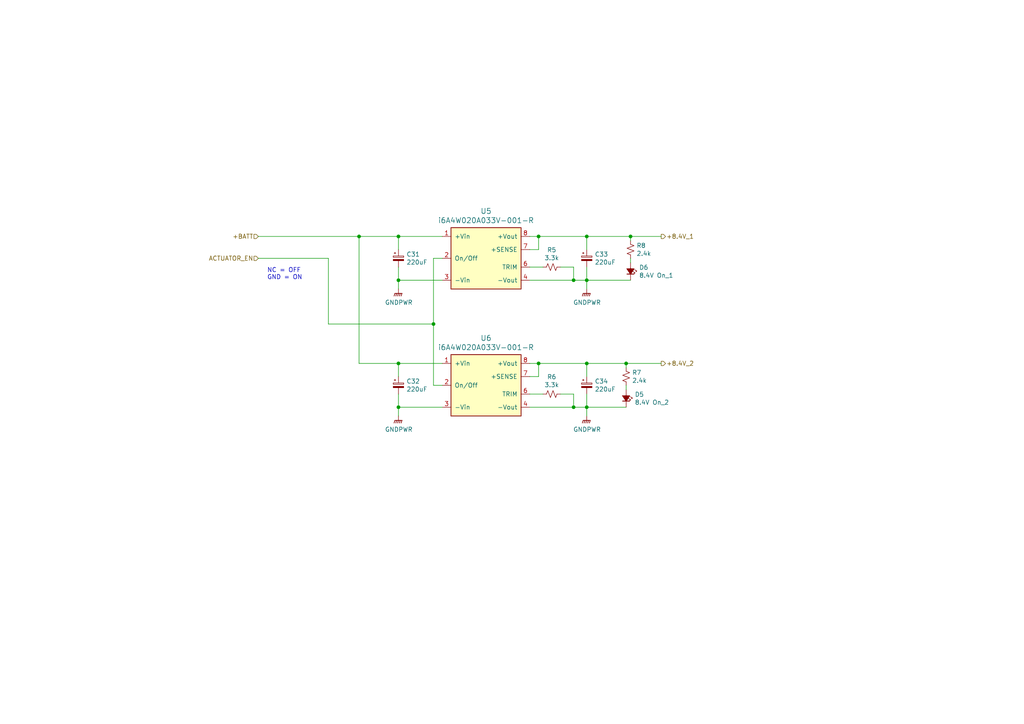
<source format=kicad_sch>
(kicad_sch (version 20211123) (generator eeschema)
  (paper "A4")
  (title_block (title "Power Management for Zeabus AUV") (date "20-April-2020") (rev "1.0.0") (company "Zeabus") (comment 1 "by Natchanan Thongtem and Akrapong Patchararungruang"))
  (lib_symbols
    (symbol "Device:C_Polarized_Small" (pin_numbers hide) (pin_names (offset 0.254) hide)
      (property "Reference" "C" (at 0.254 1.778 0))
      (property "Value" "C_Polarized_Small" (at 0.254 -2.032 0))
      (symbol "C_Polarized_Small_0_1"
        (rectangle (start -1.524 -0.3048) (end 1.524 -0.6858) (fill (type outline)))
        (rectangle (start -1.524 0.6858) (end 1.524 0.3048))
        (polyline (pts (xy -1.27 1.524) (xy -0.762 1.524)))
        (polyline (pts (xy -1.016 1.27) (xy -1.016 1.778)))
      )
      (symbol "C_Polarized_Small_1_1"
        (pin passive line (at 0 2.54 270) (length 1.8542) (name "~") (number "1"))
        (pin passive line (at 0 -2.54 90) (length 1.8542) (name "~") (number "2"))
      )
    )
    (symbol "Device:LED_Small_Filled" (pin_numbers hide) (pin_names (offset 0.254) hide)
      (property "Reference" "D" (at -1.27 3.175 0))
      (property "Value" "LED_Small_Filled" (at -4.445 -2.54 0))
      (symbol "LED_Small_Filled_0_1"
        (polyline (pts (xy -0.762 -1.016) (xy -0.762 1.016)) (stroke (width 0.254)))
        (polyline (pts (xy 1.016 0) (xy -0.762 0)))
        (polyline (pts (xy 0.762 -1.016) (xy -0.762 0) (xy 0.762 1.016) (xy 0.762 -1.016)) (stroke (width 0.254)) (fill (type outline)))
        (polyline (pts (xy 0 0.762) (xy -0.508 1.27) (xy -0.254 1.27) (xy -0.508 1.27) (xy -0.508 1.016)))
        (polyline (pts (xy 0.508 1.27) (xy 0 1.778) (xy 0.254 1.778) (xy 0 1.778) (xy 0 1.524)))
      )
      (symbol "LED_Small_Filled_1_1"
        (pin passive line (at -2.54 0 0) (length 1.778) (name "K") (number "1"))
        (pin passive line (at 2.54 0 180) (length 1.778) (name "A") (number "2"))
      )
    )
    (symbol "Device:R_Small_US" (pin_numbers hide) (pin_names (offset 0.254) hide)
      (property "Reference" "R" (at 0.762 0.508 0))
      (property "Value" "R_Small_US" (at 0.762 -1.016 0))
      (symbol "R_Small_US_1_1"
        (polyline (pts (xy 0 0) (xy 1.016 -0.381) (xy 0 -0.762) (xy -1.016 -1.143) (xy 0 -1.524)))
        (polyline (pts (xy 0 1.524) (xy 1.016 1.143) (xy 0 0.762) (xy -1.016 0.381) (xy 0 0)))
        (pin passive line (at 0 2.54 270) (length 1.016) (name "~") (number "1"))
        (pin passive line (at 0 -2.54 90) (length 1.016) (name "~") (number "2"))
      )
    )
    (symbol "power:GNDPWR" (power) (pin_names (offset 0))
      (property "Value" "GNDPWR" (at 0 -3.302 0))
      (symbol "GNDPWR_0_1"
        (polyline (pts (xy 0 -1.27) (xy 0 0)))
        (polyline (pts (xy -1.016 -1.27) (xy -1.27 -2.032) (xy -1.27 -2.032)) (stroke (width 0.2032)))
        (polyline (pts (xy -0.508 -1.27) (xy -0.762 -2.032) (xy -0.762 -2.032)) (stroke (width 0.2032)))
        (polyline (pts (xy 0 -1.27) (xy -0.254 -2.032) (xy -0.254 -2.032)) (stroke (width 0.2032)))
        (polyline (pts (xy 0.508 -1.27) (xy 0.254 -2.032) (xy 0.254 -2.032)) (stroke (width 0.2032)))
        (polyline (pts (xy 1.016 -1.27) (xy -1.016 -1.27) (xy -1.016 -1.27)) (stroke (width 0.2032)))
        (polyline (pts (xy 1.016 -1.27) (xy 0.762 -2.032) (xy 0.762 -2.032) (xy 0.762 -2.032)) (stroke (width 0.2032)))
      )
      (symbol "GNDPWR_1_1"
        (pin power_in line (at 0 0 270) (length 0) hide (name "GNDPWR") (number "1"))
      )
    )
    (symbol "zeabus:i6A4W020A033V-001-R" (pin_names (offset 1.016))
      (property "Reference" "U" (at 8.89 12.7 0))
      (property "Value" "i6A4W020A033V-001-R" (at 0 -7.62 0))
      (symbol "i6A4W020A033V-001-R_0_1"
        (rectangle (start -10.16 11.43) (end 10.16 -6.35) (stroke (width 0.254)) (fill (type background)))
      )
      (symbol "i6A4W020A033V-001-R_1_1"
        (pin power_in line (at -12.7 8.89 0) (length 2.54) (name "+Vin") (number "1"))
        (pin input line (at -12.7 2.54 0) (length 2.54) (name "On/Off") (number "2"))
        (pin power_in line (at -12.7 -3.81 0) (length 2.54) (name "-Vin") (number "3"))
        (pin power_out line (at 12.7 -3.81 180) (length 2.54) (name "-Vout") (number "4"))
        (pin passive line (at 12.7 0 180) (length 2.54) (name "TRIM") (number "6"))
        (pin passive line (at 12.7 5.08 180) (length 2.54) (name "+SENSE") (number "7"))
        (pin power_out line (at 12.7 8.89 180) (length 2.54) (name "+Vout") (number "8"))
      )
    )
  )
  (junction (at 115.57 68.58))
  (junction (at 181.61 105.41))
  (junction (at 166.37 118.11))
  (junction (at 166.37 81.28))
  (junction (at 170.18 118.11))
  (junction (at 115.57 105.41))
  (junction (at 156.21 68.58))
  (junction (at 156.21 105.41))
  (junction (at 170.18 81.28))
  (junction (at 104.14 68.58))
  (junction (at 115.57 118.11))
  (junction (at 170.18 105.41))
  (junction (at 182.88 68.58))
  (junction (at 125.73 93.98))
  (junction (at 115.57 81.28))
  (junction (at 170.18 68.58))
  (wire (pts (xy 115.57 114.3) (xy 115.57 118.11)))
  (wire (pts (xy 104.14 68.58) (xy 104.14 105.41)))
  (wire (pts (xy 153.67 105.41) (xy 156.21 105.41)))
  (wire (pts (xy 162.56 114.3) (xy 166.37 114.3)))
  (wire (pts (xy 170.18 114.3) (xy 170.18 118.11)))
  (wire (pts (xy 170.18 105.41) (xy 181.61 105.41)))
  (wire (pts (xy 115.57 68.58) (xy 115.57 72.39)))
  (wire (pts (xy 182.88 68.58) (xy 191.77 68.58)))
  (wire (pts (xy 181.61 113.03) (xy 181.61 111.76)))
  (wire (pts (xy 128.27 105.41) (xy 115.57 105.41)))
  (wire (pts (xy 156.21 72.39) (xy 153.67 72.39)))
  (wire (pts (xy 128.27 74.93) (xy 125.73 74.93)))
  (wire (pts (xy 125.73 111.76) (xy 128.27 111.76)))
  (wire (pts (xy 156.21 68.58) (xy 156.21 72.39)))
  (wire (pts (xy 128.27 68.58) (xy 115.57 68.58)))
  (wire (pts (xy 182.88 81.28) (xy 170.18 81.28)))
  (wire (pts (xy 166.37 114.3) (xy 166.37 118.11)))
  (wire (pts (xy 115.57 77.47) (xy 115.57 81.28)))
  (wire (pts (xy 156.21 109.22) (xy 153.67 109.22)))
  (wire (pts (xy 170.18 81.28) (xy 170.18 83.82)))
  (wire (pts (xy 153.67 81.28) (xy 166.37 81.28)))
  (wire (pts (xy 125.73 93.98) (xy 125.73 111.76)))
  (wire (pts (xy 74.93 68.58) (xy 104.14 68.58)))
  (wire (pts (xy 115.57 81.28) (xy 115.57 83.82)))
  (wire (pts (xy 153.67 68.58) (xy 156.21 68.58)))
  (wire (pts (xy 128.27 118.11) (xy 115.57 118.11)))
  (wire (pts (xy 166.37 118.11) (xy 170.18 118.11)))
  (wire (pts (xy 170.18 68.58) (xy 182.88 68.58)))
  (wire (pts (xy 181.61 105.41) (xy 191.77 105.41)))
  (wire (pts (xy 170.18 118.11) (xy 170.18 120.65)))
  (wire (pts (xy 125.73 74.93) (xy 125.73 93.98)))
  (wire (pts (xy 166.37 77.47) (xy 166.37 81.28)))
  (wire (pts (xy 95.25 74.93) (xy 95.25 93.98)))
  (wire (pts (xy 166.37 81.28) (xy 170.18 81.28)))
  (wire (pts (xy 156.21 105.41) (xy 170.18 105.41)))
  (wire (pts (xy 156.21 105.41) (xy 156.21 109.22)))
  (wire (pts (xy 170.18 68.58) (xy 170.18 72.39)))
  (wire (pts (xy 115.57 118.11) (xy 115.57 120.65)))
  (wire (pts (xy 162.56 77.47) (xy 166.37 77.47)))
  (wire (pts (xy 153.67 118.11) (xy 166.37 118.11)))
  (wire (pts (xy 182.88 76.2) (xy 182.88 74.93)))
  (wire (pts (xy 153.67 77.47) (xy 157.48 77.47)))
  (wire (pts (xy 153.67 114.3) (xy 157.48 114.3)))
  (wire (pts (xy 104.14 105.41) (xy 115.57 105.41)))
  (wire (pts (xy 170.18 77.47) (xy 170.18 81.28)))
  (wire (pts (xy 95.25 93.98) (xy 125.73 93.98)))
  (wire (pts (xy 181.61 106.68) (xy 181.61 105.41)))
  (wire (pts (xy 181.61 118.11) (xy 170.18 118.11)))
  (wire (pts (xy 156.21 68.58) (xy 170.18 68.58)))
  (wire (pts (xy 182.88 69.85) (xy 182.88 68.58)))
  (wire (pts (xy 115.57 105.41) (xy 115.57 109.22)))
  (wire (pts (xy 74.93 74.93) (xy 95.25 74.93)))
  (wire (pts (xy 104.14 68.58) (xy 115.57 68.58)))
  (wire (pts (xy 170.18 105.41) (xy 170.18 109.22)))
  (wire (pts (xy 115.57 81.28) (xy 128.27 81.28)))
  (text "NC = OFF\nGND = ON" (at 77.47 81.28 0) (effects (font (size 1.27 1.27)) (justify left bottom)))
  (hierarchical_label "+8.4V_2" (shape output) (at 191.77 105.41 0))
  (hierarchical_label "ACTUATOR_EN" (shape input) (at 74.93 74.93 180))
  (hierarchical_label "+BATT" (shape input) (at 74.93 68.58 180))
  (hierarchical_label "+8.4V_1" (shape output) (at 191.77 68.58 0))
  (symbol (lib_id "zeabus:i6A4W020A033V-001-R") (at 140.97 77.47 0) (unit 1)
    (property "Reference" "U5" (at 140.97 61.2394 0) (effects (font (size 1.524 1.524))))
    (property "Value" "i6A4W020A033V-001-R" (at 140.97 63.9318 0) (effects (font (size 1.524 1.524))))
    (property "Footprint" "zeabus:I6A" (effects hide))
    (property "Datasheet" "2820051" (effects hide))
  )
  (symbol (lib_id "Device:R_Small_US") (at 160.02 77.47 270) (unit 1)
    (property "Reference" "R5" (at 160.02 72.4916 90))
    (property "Value" "3.3k" (at 160.02 74.803 90))
    (property "Footprint" "Resistor_SMD:R_0603_1608Metric_Pad1.05x0.95mm_HandSolder" (effects hide))
  )
  (symbol (lib_id "Device:C_Polarized_Small") (at 170.18 74.93 0) (unit 1)
    (property "Reference" "C33" (at 172.4914 73.7616 0) (effects (justify left)))
    (property "Value" "220uF" (at 172.4914 76.073 0) (effects (justify left)))
    (property "Footprint" "Capacitor_SMD:CP_Elec_10x10" (effects hide))
  )
  (symbol (lib_id "Device:C_Polarized_Small") (at 115.57 74.93 0) (unit 1)
    (property "Reference" "C31" (at 117.8814 73.7616 0) (effects (justify left)))
    (property "Value" "220uF" (at 117.8814 76.073 0) (effects (justify left)))
    (property "Footprint" "Capacitor_SMD:CP_Elec_10x10" (effects hide))
  )
  (symbol (lib_id "zeabus:i6A4W020A033V-001-R") (at 140.97 114.3 0) (unit 1)
    (property "Reference" "U6" (at 140.97 98.0694 0) (effects (font (size 1.524 1.524))))
    (property "Value" "i6A4W020A033V-001-R" (at 140.97 100.7618 0) (effects (font (size 1.524 1.524))))
    (property "Footprint" "zeabus:I6A" (effects hide))
    (property "Datasheet" "2820051" (effects hide))
  )
  (symbol (lib_id "Device:R_Small_US") (at 160.02 114.3 270) (unit 1)
    (property "Reference" "R6" (at 160.02 109.3216 90))
    (property "Value" "3.3k" (at 160.02 111.633 90))
    (property "Footprint" "Resistor_SMD:R_0603_1608Metric_Pad1.05x0.95mm_HandSolder" (effects hide))
  )
  (symbol (lib_id "Device:C_Polarized_Small") (at 170.18 111.76 0) (unit 1)
    (property "Reference" "C34" (at 172.4914 110.5916 0) (effects (justify left)))
    (property "Value" "220uF" (at 172.4914 112.903 0) (effects (justify left)))
    (property "Footprint" "Capacitor_SMD:CP_Elec_10x10" (effects hide))
  )
  (symbol (lib_id "Device:C_Polarized_Small") (at 115.57 111.76 0) (unit 1)
    (property "Reference" "C32" (at 117.8814 110.5916 0) (effects (justify left)))
    (property "Value" "220uF" (at 117.8814 112.903 0) (effects (justify left)))
    (property "Footprint" "Capacitor_SMD:CP_Elec_10x10" (effects hide))
  )
  (symbol (lib_id "Device:LED_Small_Filled") (at 182.88 78.74 270) (mirror x) (unit 1)
    (property "Reference" "D6" (at 185.3692 77.5716 90) (effects (justify left)))
    (property "Value" "8.4V On_1" (at 185.3692 79.883 90) (effects (justify left)))
    (property "Footprint" "LED_SMD:LED_0603_1608Metric_Pad1.05x0.95mm_HandSolder" (effects hide))
  )
  (symbol (lib_id "Device:R_Small_US") (at 182.88 72.39 0) (unit 1)
    (property "Reference" "R8" (at 184.6072 71.2216 0) (effects (justify left)))
    (property "Value" "2.4k" (at 184.6072 73.533 0) (effects (justify left)))
    (property "Footprint" "Resistor_SMD:R_0603_1608Metric_Pad1.05x0.95mm_HandSolder" (effects hide))
  )
  (symbol (lib_id "Device:R_Small_US") (at 181.61 109.22 0) (unit 1)
    (property "Reference" "R7" (at 183.3372 108.0516 0) (effects (justify left)))
    (property "Value" "2.4k" (at 183.3372 110.363 0) (effects (justify left)))
    (property "Footprint" "Resistor_SMD:R_0603_1608Metric_Pad1.05x0.95mm_HandSolder" (effects hide))
  )
  (symbol (lib_id "Device:LED_Small_Filled") (at 181.61 115.57 270) (mirror x) (unit 1)
    (property "Reference" "D5" (at 184.0992 114.4016 90) (effects (justify left)))
    (property "Value" "8.4V On_2" (at 184.0992 116.713 90) (effects (justify left)))
    (property "Footprint" "LED_SMD:LED_0603_1608Metric_Pad1.05x0.95mm_HandSolder" (effects hide))
  )
  (symbol (lib_id "power:GNDPWR") (at 115.57 83.82 0) (unit 1)
    (property "Reference" "#PWR012" (effects hide))
    (property "Value" "GNDPWR" (at 115.6716 87.7316 0))
  )
  (symbol (lib_id "power:GNDPWR") (at 170.18 83.82 0) (unit 1)
    (property "Reference" "#PWR014" (effects hide))
    (property "Value" "GNDPWR" (at 170.2816 87.7316 0))
  )
  (symbol (lib_id "power:GNDPWR") (at 170.18 120.65 0) (unit 1)
    (property "Reference" "#PWR015" (effects hide))
    (property "Value" "GNDPWR" (at 170.2816 124.5616 0))
  )
  (symbol (lib_id "power:GNDPWR") (at 115.57 120.65 0) (unit 1)
    (property "Reference" "#PWR013" (effects hide))
    (property "Value" "GNDPWR" (at 115.6716 124.5616 0))
  )
)
</source>
